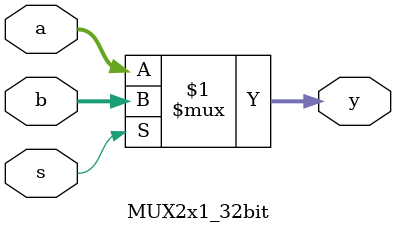
<source format=v>
module MUX2x1_32bit (a,b,s,y);
input [31:0]a;
input [31:0]b;
input wire s;
output [31:0]y;
assign y=s?b:a;
endmodule
</source>
